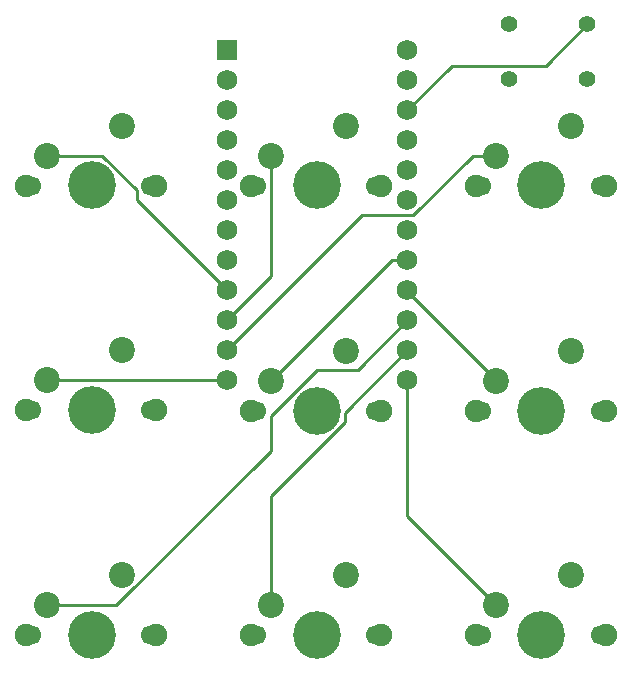
<source format=gbr>
%TF.GenerationSoftware,Altium Limited,Altium Designer,20.1.12 (249)*%
G04 Layer_Physical_Order=2*
G04 Layer_Color=16711680*
%FSLAX26Y26*%
%MOIN*%
%TF.SameCoordinates,F1925889-B8ED-483B-8674-5474D18B1AF1*%
%TF.FilePolarity,Positive*%
%TF.FileFunction,Copper,L2,Bot,Signal*%
%TF.Part,Single*%
G01*
G75*
%TA.AperFunction,ComponentPad*%
%ADD10C,0.069016*%
%ADD11R,0.069016X0.069016*%
%ADD12C,0.159449*%
%ADD13C,0.086614*%
%ADD14C,0.074803*%
%ADD15C,0.066929*%
%ADD16C,0.055118*%
%TA.AperFunction,Conductor*%
%ADD17C,0.010000*%
D10*
X848854Y1624174D02*
D03*
Y2224174D02*
D03*
Y2024174D02*
D03*
Y1824174D02*
D03*
Y1924174D02*
D03*
Y1424174D02*
D03*
Y1524174D02*
D03*
Y1224174D02*
D03*
Y2124174D02*
D03*
Y1724174D02*
D03*
Y1324174D02*
D03*
X1448854Y1624174D02*
D03*
Y2324174D02*
D03*
Y2024174D02*
D03*
Y2224174D02*
D03*
Y1824174D02*
D03*
Y1924174D02*
D03*
Y1424174D02*
D03*
Y1524174D02*
D03*
Y1224174D02*
D03*
Y1724174D02*
D03*
Y1324174D02*
D03*
Y2124174D02*
D03*
D11*
X848854Y2324174D02*
D03*
D12*
X397047Y375000D02*
D03*
Y1124213D02*
D03*
X1146496Y1123189D02*
D03*
X1895709D02*
D03*
X1146260Y375000D02*
D03*
X1895472D02*
D03*
X397047Y1873425D02*
D03*
X1146260D02*
D03*
X1895472D02*
D03*
D13*
X246457Y474409D02*
D03*
X496457Y574409D02*
D03*
X246457Y1223622D02*
D03*
X496457Y1323622D02*
D03*
X995905Y1222598D02*
D03*
X1245906Y1322598D02*
D03*
X1745118Y1222598D02*
D03*
X1995118Y1322598D02*
D03*
X995669Y474409D02*
D03*
X1245669Y574409D02*
D03*
X1744882Y474409D02*
D03*
X1994882Y574409D02*
D03*
X246457Y1972835D02*
D03*
X496457Y2072835D02*
D03*
X995669Y1972835D02*
D03*
X1245669Y2072835D02*
D03*
X1744882Y1972835D02*
D03*
X1994882Y2072835D02*
D03*
D14*
X178543Y374409D02*
D03*
X612008D02*
D03*
X178543Y1123622D02*
D03*
X612008D02*
D03*
X927992Y1122598D02*
D03*
X1361457D02*
D03*
X1677205D02*
D03*
X2110669D02*
D03*
X927756Y374409D02*
D03*
X1361220D02*
D03*
X1676968D02*
D03*
X2110433D02*
D03*
X178543Y1872835D02*
D03*
X612008D02*
D03*
X927756D02*
D03*
X1361220D02*
D03*
X1676968D02*
D03*
X2110433D02*
D03*
D15*
X195472Y374409D02*
D03*
X595472D02*
D03*
X195472Y1123622D02*
D03*
X595472D02*
D03*
X944921Y1122598D02*
D03*
X1344921D02*
D03*
X1694134D02*
D03*
X2094134D02*
D03*
X944685Y374409D02*
D03*
X1344685D02*
D03*
X1693898D02*
D03*
X2093898D02*
D03*
X195472Y1872835D02*
D03*
X595472D02*
D03*
X944685D02*
D03*
X1344685D02*
D03*
X1693898D02*
D03*
X2093898D02*
D03*
D16*
X1788740Y2229291D02*
D03*
Y2410394D02*
D03*
X2048583Y2229291D02*
D03*
Y2410394D02*
D03*
D17*
X1448854Y2124174D02*
X1596531Y2271850D01*
X1910039D01*
X2048583Y2410394D01*
X1283141Y1258460D02*
X1448854Y1424174D01*
X1147807Y1258460D02*
X1283141D01*
X993386Y1104039D02*
X1147807Y1258460D01*
X993386Y988880D02*
Y1104039D01*
X478915Y474409D02*
X993386Y988880D01*
X246457Y474409D02*
X478915D01*
X1241220Y1116540D02*
X1448854Y1324174D01*
X1241220Y1083953D02*
Y1116540D01*
X995669Y838402D02*
X1241220Y1083953D01*
X995669Y474409D02*
Y838402D01*
X1448854Y770437D02*
X1744882Y474409D01*
X1448854Y770437D02*
Y1224174D01*
Y1521518D02*
Y1524174D01*
Y1521518D02*
X1745118Y1225254D01*
Y1222598D02*
Y1225254D01*
X1397481Y1624174D02*
X1448854D01*
X995905Y1222598D02*
X1397481Y1624174D01*
X1298362Y1773682D02*
X1468377D01*
X1667530Y1972835D01*
X1744882D01*
X848854Y1324174D02*
X1298362Y1773682D01*
X848854Y1424174D02*
X995669Y1570989D01*
Y1972835D01*
X848578Y1223898D02*
X848854Y1224174D01*
X246732Y1223898D02*
X848578D01*
X246457Y1223622D02*
X246732Y1223898D01*
X246457Y1972835D02*
X431598D01*
X547008Y1857425D01*
Y1826020D02*
Y1857425D01*
Y1826020D02*
X848854Y1524174D01*
%TF.MD5,ebf8b5cd08d5f81fd6d994109fe37289*%
M02*

</source>
